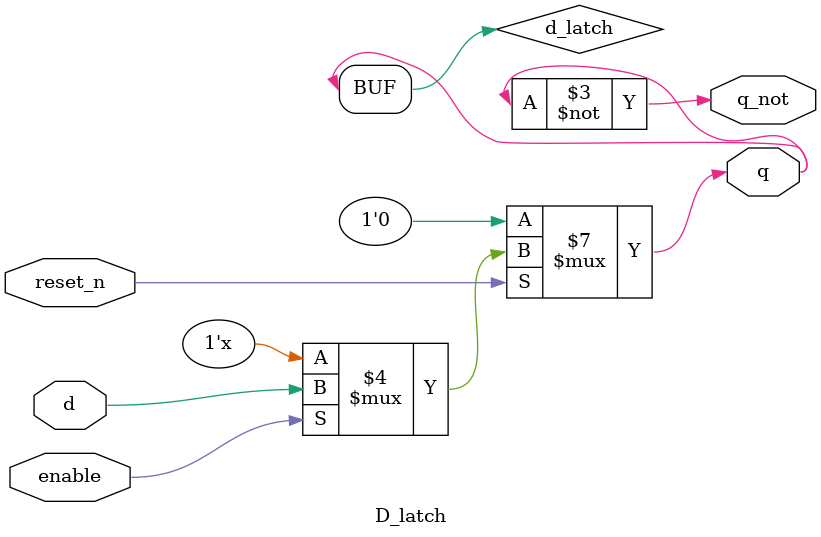
<source format=v>
module D_latch (
                input d,
		input enable,
		input reset_n,
		output q,
		output q_not
		);
		
		reg d_latch;
		
		always@ (enable or d or reset_n) begin
		   if (!reset_n)
		     d_latch <= 1'b0;
		   else if (enable)
		     d_latch <= d;
		end
		
		assign q = d_latch;
		assign q_not = ~q;
		
endmodule

</source>
